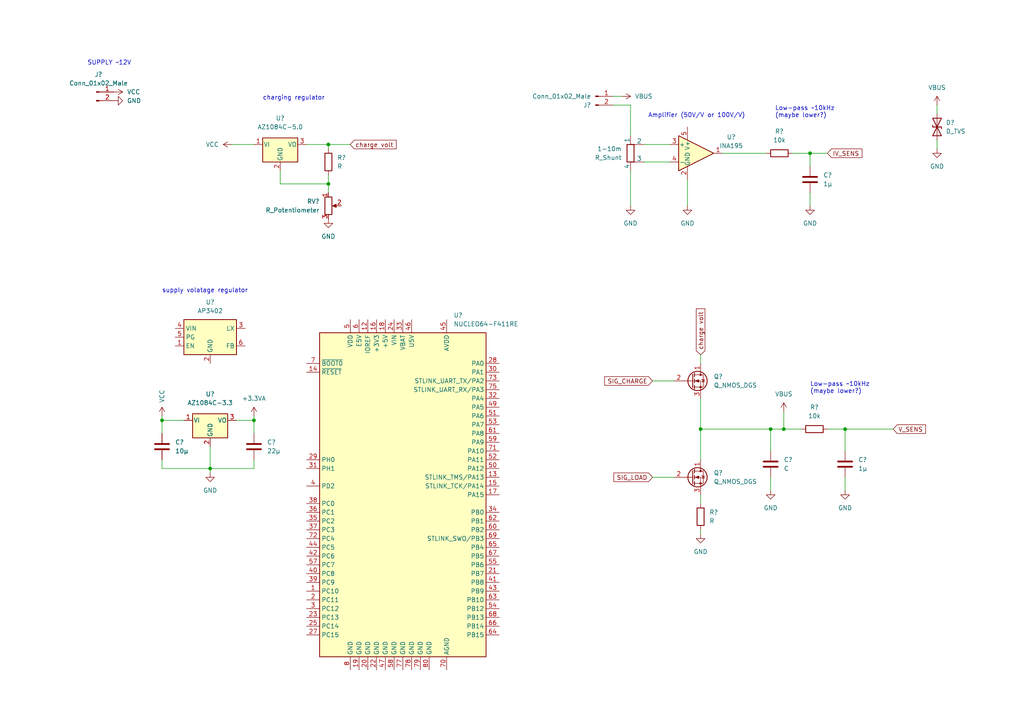
<source format=kicad_sch>
(kicad_sch (version 20211123) (generator eeschema)
  (paper "A4")
  (lib_symbols
    (symbol "Amplifier_Current:INA195" (pin_names (offset 0.127))
      (property "Reference" "U" (at 3.81 3.81 0))
      (property "Value" "INA195" (at 3.81 -3.81 0))
      (symbol "INA195_0_1"
        (polyline (pts (xy 5.08 0) (xy -5.08 5.08) (xy -5.08 -5.08) (xy 5.08 0)) (stroke (width 0.254)) (fill (type background)))
      )
      (symbol "INA195_1_1"
        (pin output line (at 7.62 0 180) (length 2.54) (name "~") (number "1"))
        (pin power_in line (at -2.54 -7.62 90) (length 3.81) (name "GND") (number "2"))
        (pin input line (at -7.62 2.54 0) (length 2.54) (name "+") (number "3"))
        (pin input line (at -7.62 -2.54 0) (length 2.54) (name "-") (number "4"))
        (pin power_in line (at -2.54 7.62 270) (length 3.81) (name "V+") (number "5"))
      )
    )
    (symbol "Connector:Conn_01x02_Male" (pin_names (offset 1.016) hide)
      (property "Reference" "J" (at 0 2.54 0))
      (property "Value" "Conn_01x02_Male" (at 0 -5.08 0))
      (symbol "Conn_01x02_Male_1_1"
        (polyline (pts (xy 1.27 -2.54) (xy 0.8636 -2.54)) (stroke (width 0.1524)))
        (polyline (pts (xy 1.27 0) (xy 0.8636 0)) (stroke (width 0.1524)))
        (rectangle (start 0.8636 -2.413) (end 0 -2.667) (stroke (width 0.1524)) (fill (type outline)))
        (rectangle (start 0.8636 0.127) (end 0 -0.127) (stroke (width 0.1524)) (fill (type outline)))
        (pin passive line (at 5.08 0 180) (length 3.81) (name "Pin_1") (number "1"))
        (pin passive line (at 5.08 -2.54 180) (length 3.81) (name "Pin_2") (number "2"))
      )
    )
    (symbol "Custom:VBAT" (power) (pin_names (offset 0))
      (property "Value" "VBAT" (at 0 3.81 0))
      (symbol "VBAT_0_1"
        (polyline (pts (xy -0.762 1.27) (xy 0 2.54)))
        (polyline (pts (xy 0 0) (xy 0 2.54)))
        (polyline (pts (xy 0 2.54) (xy 0.762 1.27)))
      )
      (symbol "VBAT_1_1"
        (pin power_in line (at 0 0 90) (length 0) hide (name "VBUS") (number "1"))
      )
    )
    (symbol "Device:C" (pin_numbers hide) (pin_names (offset 0.254))
      (property "Reference" "C" (at 0.635 2.54 0))
      (property "Value" "C" (at 0.635 -2.54 0))
      (symbol "C_0_1"
        (polyline (pts (xy -2.032 -0.762) (xy 2.032 -0.762)) (stroke (width 0.508)))
        (polyline (pts (xy -2.032 0.762) (xy 2.032 0.762)) (stroke (width 0.508)))
      )
      (symbol "C_1_1"
        (pin passive line (at 0 3.81 270) (length 2.794) (name "~") (number "1"))
        (pin passive line (at 0 -3.81 90) (length 2.794) (name "~") (number "2"))
      )
    )
    (symbol "Device:D_TVS" (pin_numbers hide) (pin_names (offset 1.016) hide)
      (property "Reference" "D" (at 0 2.54 0))
      (property "Value" "D_TVS" (at 0 -2.54 0))
      (symbol "D_TVS_0_1"
        (polyline (pts (xy 1.27 0) (xy -1.27 0)))
        (polyline (pts (xy 0.508 1.27) (xy 0 1.27) (xy 0 -1.27) (xy -0.508 -1.27)) (stroke (width 0.254)))
        (polyline (pts (xy -2.54 1.27) (xy -2.54 -1.27) (xy 2.54 1.27) (xy 2.54 -1.27) (xy -2.54 1.27)) (stroke (width 0.254)))
      )
      (symbol "D_TVS_1_1"
        (pin passive line (at -3.81 0 0) (length 2.54) (name "A1") (number "1"))
        (pin passive line (at 3.81 0 180) (length 2.54) (name "A2") (number "2"))
      )
    )
    (symbol "Device:Q_NMOS_DGS" (pin_names (offset 0) hide)
      (property "Reference" "Q" (at 5.08 1.27 0))
      (property "Value" "Q_NMOS_DGS" (at 5.08 -1.27 0))
      (symbol "Q_NMOS_DGS_0_1"
        (polyline (pts (xy 0.254 0) (xy -2.54 0)))
        (polyline (pts (xy 0.254 1.905) (xy 0.254 -1.905)) (stroke (width 0.254)))
        (polyline (pts (xy 0.762 -1.27) (xy 0.762 -2.286)) (stroke (width 0.254)))
        (polyline (pts (xy 0.762 0.508) (xy 0.762 -0.508)) (stroke (width 0.254)))
        (polyline (pts (xy 0.762 2.286) (xy 0.762 1.27)) (stroke (width 0.254)))
        (polyline (pts (xy 2.54 2.54) (xy 2.54 1.778)))
        (polyline (pts (xy 2.54 -2.54) (xy 2.54 0) (xy 0.762 0)))
        (polyline (pts (xy 0.762 -1.778) (xy 3.302 -1.778) (xy 3.302 1.778) (xy 0.762 1.778)))
        (polyline (pts (xy 1.016 0) (xy 2.032 0.381) (xy 2.032 -0.381) (xy 1.016 0)) (fill (type outline)))
        (polyline (pts (xy 2.794 0.508) (xy 2.921 0.381) (xy 3.683 0.381) (xy 3.81 0.254)))
        (polyline (pts (xy 3.302 0.381) (xy 2.921 -0.254) (xy 3.683 -0.254) (xy 3.302 0.381)))
        (circle (center 1.651 0) (radius 2.794) (stroke (width 0.254)))
        (circle (center 2.54 -1.778) (radius 0.254) (fill (type outline)))
        (circle (center 2.54 1.778) (radius 0.254) (fill (type outline)))
      )
      (symbol "Q_NMOS_DGS_1_1"
        (pin passive line (at 2.54 5.08 270) (length 2.54) (name "D") (number "1"))
        (pin input line (at -5.08 0 0) (length 2.54) (name "G") (number "2"))
        (pin passive line (at 2.54 -5.08 90) (length 2.54) (name "S") (number "3"))
      )
    )
    (symbol "Device:R" (pin_numbers hide) (pin_names (offset 0))
      (property "Reference" "R" (at 2.032 0 90))
      (property "Value" "R" (at 0 0 90))
      (symbol "R_0_1"
        (rectangle (start -1.016 -2.54) (end 1.016 2.54) (stroke (width 0.254)))
      )
      (symbol "R_1_1"
        (pin passive line (at 0 3.81 270) (length 1.27) (name "~") (number "1"))
        (pin passive line (at 0 -3.81 90) (length 1.27) (name "~") (number "2"))
      )
    )
    (symbol "Device:R_Potentiometer" (pin_names (offset 1.016) hide)
      (property "Reference" "RV" (at -4.445 0 90))
      (property "Value" "R_Potentiometer" (at -2.54 0 90))
      (symbol "R_Potentiometer_0_1"
        (polyline (pts (xy 2.54 0) (xy 1.524 0)))
        (polyline (pts (xy 1.143 0) (xy 2.286 0.508) (xy 2.286 -0.508) (xy 1.143 0)) (fill (type outline)))
        (rectangle (start 1.016 2.54) (end -1.016 -2.54) (stroke (width 0.254)))
      )
      (symbol "R_Potentiometer_1_1"
        (pin passive line (at 0 3.81 270) (length 1.27) (name "1") (number "1"))
        (pin passive line (at 3.81 0 180) (length 1.27) (name "2") (number "2"))
        (pin passive line (at 0 -3.81 90) (length 1.27) (name "3") (number "3"))
      )
    )
    (symbol "Device:R_Shunt" (pin_numbers hide) (pin_names (offset 0))
      (property "Reference" "R" (at -4.445 0 90))
      (property "Value" "R_Shunt" (at -2.54 0 90))
      (symbol "R_Shunt_0_1"
        (rectangle (start -1.016 -2.54) (end 1.016 2.54) (stroke (width 0.254)))
        (polyline (pts (xy 0 -2.54) (xy 1.27 -2.54)))
        (polyline (pts (xy 1.27 2.54) (xy 0 2.54)))
      )
      (symbol "R_Shunt_1_1"
        (pin passive line (at 0 5.08 270) (length 2.54) (name "1") (number "1"))
        (pin passive line (at 3.81 2.54 180) (length 2.54) (name "2") (number "2"))
        (pin passive line (at 3.81 -2.54 180) (length 2.54) (name "3") (number "3"))
        (pin passive line (at 0 -5.08 90) (length 2.54) (name "4") (number "4"))
      )
    )
    (symbol "MCU_Module:NUCLEO64-F411RE"
      (property "Reference" "U" (at -17.78 50.165 0))
      (property "Value" "NUCLEO64-F411RE" (at -17.78 48.26 0))
      (symbol "NUCLEO64-F411RE_0_1"
        (rectangle (start -24.13 -46.99) (end 24.13 46.99) (stroke (width 0.254)) (fill (type background)))
      )
      (symbol "NUCLEO64-F411RE_1_1"
        (pin bidirectional line (at -27.94 -27.94 0) (length 3.81) (name "PC10") (number "1"))
        (pin no_connect line (at -27.94 20.32 0) (length 3.81) hide (name "NC") (number "10"))
        (pin no_connect line (at -27.94 15.24 0) (length 3.81) hide (name "NC") (number "11"))
        (pin power_in line (at -10.16 50.8 270) (length 3.81) (name "IOREF") (number "12"))
        (pin bidirectional line (at 27.94 5.08 180) (length 3.81) (name "STLINK_TMS/PA13") (number "13"))
        (pin input line (at -27.94 35.56 0) (length 3.81) (name "~{RESET}") (number "14"))
        (pin bidirectional line (at 27.94 2.54 180) (length 3.81) (name "STLINK_TCK/PA14") (number "15"))
        (pin power_in line (at -7.62 50.8 270) (length 3.81) (name "+3V3") (number "16"))
        (pin bidirectional line (at 27.94 0 180) (length 3.81) (name "PA15") (number "17"))
        (pin power_in line (at -5.08 50.8 270) (length 3.81) (name "+5V") (number "18"))
        (pin power_in line (at -12.7 -50.8 90) (length 3.81) (name "GND") (number "19"))
        (pin bidirectional line (at -27.94 -30.48 0) (length 3.81) (name "PC11") (number "2"))
        (pin power_in line (at -10.16 -50.8 90) (length 3.81) (name "GND") (number "20"))
        (pin bidirectional line (at 27.94 -22.86 180) (length 3.81) (name "PB7") (number "21"))
        (pin power_in line (at -7.62 -50.8 90) (length 3.81) (name "GND") (number "22"))
        (pin bidirectional line (at -27.94 -35.56 0) (length 3.81) (name "PC13") (number "23"))
        (pin power_in line (at -2.54 50.8 270) (length 3.81) (name "VIN") (number "24"))
        (pin bidirectional line (at -27.94 -38.1 0) (length 3.81) (name "PC14") (number "25"))
        (pin no_connect line (at -27.94 22.86 0) (length 3.81) hide (name "NC") (number "26"))
        (pin bidirectional line (at -27.94 -40.64 0) (length 3.81) (name "PC15") (number "27"))
        (pin bidirectional line (at 27.94 38.1 180) (length 3.81) (name "PA0") (number "28"))
        (pin bidirectional line (at -27.94 10.16 0) (length 3.81) (name "PH0") (number "29"))
        (pin bidirectional line (at -27.94 -33.02 0) (length 3.81) (name "PC12") (number "3"))
        (pin bidirectional line (at 27.94 35.56 180) (length 3.81) (name "PA1") (number "30"))
        (pin bidirectional line (at -27.94 7.62 0) (length 3.81) (name "PH1") (number "31"))
        (pin bidirectional line (at 27.94 27.94 180) (length 3.81) (name "PA4") (number "32"))
        (pin power_in line (at 0 50.8 270) (length 3.81) (name "VBAT") (number "33"))
        (pin bidirectional line (at 27.94 -5.08 180) (length 3.81) (name "PB0") (number "34"))
        (pin bidirectional line (at -27.94 -7.62 0) (length 3.81) (name "PC2") (number "35"))
        (pin bidirectional line (at -27.94 -5.08 0) (length 3.81) (name "PC1") (number "36"))
        (pin bidirectional line (at -27.94 -10.16 0) (length 3.81) (name "PC3") (number "37"))
        (pin bidirectional line (at -27.94 -2.54 0) (length 3.81) (name "PC0") (number "38"))
        (pin bidirectional line (at -27.94 -25.4 0) (length 3.81) (name "PC9") (number "39"))
        (pin bidirectional line (at -27.94 2.54 0) (length 3.81) (name "PD2") (number "4"))
        (pin bidirectional line (at -27.94 -22.86 0) (length 3.81) (name "PC8") (number "40"))
        (pin bidirectional line (at 27.94 -25.4 180) (length 3.81) (name "PB8") (number "41"))
        (pin bidirectional line (at -27.94 -17.78 0) (length 3.81) (name "PC6") (number "42"))
        (pin bidirectional line (at 27.94 -27.94 180) (length 3.81) (name "PB9") (number "43"))
        (pin bidirectional line (at -27.94 -15.24 0) (length 3.81) (name "PC5") (number "44"))
        (pin power_in line (at 12.7 50.8 270) (length 3.81) (name "AVDD") (number "45"))
        (pin power_in line (at 2.54 50.8 270) (length 3.81) (name "U5V") (number "46"))
        (pin power_in line (at -5.08 -50.8 90) (length 3.81) (name "GND") (number "47"))
        (pin no_connect line (at -27.94 25.4 0) (length 3.81) hide (name "NC") (number "48"))
        (pin bidirectional line (at 27.94 25.4 180) (length 3.81) (name "PA5") (number "49"))
        (pin power_in line (at -15.24 50.8 270) (length 3.81) (name "VDD") (number "5"))
        (pin bidirectional line (at 27.94 7.62 180) (length 3.81) (name "PA12") (number "50"))
        (pin bidirectional line (at 27.94 22.86 180) (length 3.81) (name "PA6") (number "51"))
        (pin bidirectional line (at 27.94 10.16 180) (length 3.81) (name "PA11") (number "52"))
        (pin bidirectional line (at 27.94 20.32 180) (length 3.81) (name "PA7") (number "53"))
        (pin bidirectional line (at 27.94 -33.02 180) (length 3.81) (name "PB12") (number "54"))
        (pin bidirectional line (at 27.94 -20.32 180) (length 3.81) (name "PB6") (number "55"))
        (pin no_connect line (at -27.94 33.02 0) (length 3.81) hide (name "NC") (number "56"))
        (pin bidirectional line (at -27.94 -20.32 0) (length 3.81) (name "PC7") (number "57"))
        (pin power_in line (at -2.54 -50.8 90) (length 3.81) (name "GND") (number "58"))
        (pin bidirectional line (at 27.94 15.24 180) (length 3.81) (name "PA9") (number "59"))
        (pin power_in line (at -12.7 50.8 270) (length 3.81) (name "E5V") (number "6"))
        (pin bidirectional line (at 27.94 -10.16 180) (length 3.81) (name "PB2") (number "60"))
        (pin bidirectional line (at 27.94 17.78 180) (length 3.81) (name "PA8") (number "61"))
        (pin bidirectional line (at 27.94 -7.62 180) (length 3.81) (name "PB1") (number "62"))
        (pin bidirectional line (at 27.94 -30.48 180) (length 3.81) (name "PB10") (number "63"))
        (pin bidirectional line (at 27.94 -40.64 180) (length 3.81) (name "PB15") (number "64"))
        (pin bidirectional line (at 27.94 -15.24 180) (length 3.81) (name "PB4") (number "65"))
        (pin bidirectional line (at 27.94 -38.1 180) (length 3.81) (name "PB14") (number "66"))
        (pin bidirectional line (at 27.94 -17.78 180) (length 3.81) (name "PB5") (number "67"))
        (pin bidirectional line (at 27.94 -35.56 180) (length 3.81) (name "PB13") (number "68"))
        (pin bidirectional line (at 27.94 -12.7 180) (length 3.81) (name "STLINK_SWO/PB3") (number "69"))
        (pin input line (at -27.94 38.1 0) (length 3.81) (name "~{BOOT0}") (number "7"))
        (pin power_in line (at 12.7 -50.8 90) (length 3.81) (name "AGND") (number "70"))
        (pin bidirectional line (at 27.94 12.7 180) (length 3.81) (name "PA10") (number "71"))
        (pin bidirectional line (at -27.94 -12.7 0) (length 3.81) (name "PC4") (number "72"))
        (pin bidirectional line (at 27.94 33.02 180) (length 3.81) (name "STLINK_UART_TX/PA2") (number "73"))
        (pin no_connect line (at -27.94 30.48 0) (length 3.81) hide (name "NC") (number "74"))
        (pin bidirectional line (at 27.94 30.48 180) (length 3.81) (name "STLINK_UART_RX/PA3") (number "75"))
        (pin no_connect line (at -27.94 27.94 0) (length 3.81) hide (name "NC") (number "76"))
        (pin power_in line (at 0 -50.8 90) (length 3.81) (name "GND") (number "77"))
        (pin power_in line (at 2.54 -50.8 90) (length 3.81) (name "GND") (number "78"))
        (pin power_in line (at 5.08 -50.8 90) (length 3.81) (name "GND") (number "79"))
        (pin power_in line (at -15.24 -50.8 90) (length 3.81) (name "GND") (number "8"))
        (pin power_in line (at 7.62 -50.8 90) (length 3.81) (name "GND") (number "80"))
        (pin no_connect line (at -27.94 17.78 0) (length 3.81) hide (name "NC") (number "9"))
      )
    )
    (symbol "Regulator_Linear:KA78M05_TO252" (pin_names (offset 0.254))
      (property "Reference" "U" (at -3.81 3.175 0))
      (property "Value" "KA78M05_TO252" (at 0 3.175 0))
      (symbol "KA78M05_TO252_0_1"
        (rectangle (start -5.08 1.905) (end 5.08 -5.08) (stroke (width 0.254)) (fill (type background)))
      )
      (symbol "KA78M05_TO252_1_1"
        (pin power_in line (at -7.62 0 0) (length 2.54) (name "VI") (number "1"))
        (pin power_in line (at 0 -7.62 90) (length 2.54) (name "GND") (number "2"))
        (pin power_out line (at 7.62 0 180) (length 2.54) (name "VO") (number "3"))
      )
    )
    (symbol "Regulator_Switching:AP3402"
      (property "Reference" "U" (at -7.62 6.35 0))
      (property "Value" "AP3402" (at 5.08 6.35 0))
      (symbol "AP3402_0_1"
        (rectangle (start -7.62 5.08) (end 7.62 -5.08) (stroke (width 0.254)) (fill (type background)))
      )
      (symbol "AP3402_1_1"
        (pin input line (at -10.16 -2.54 0) (length 2.54) (name "EN") (number "1"))
        (pin power_in line (at 0 -7.62 90) (length 2.54) (name "GND") (number "2"))
        (pin power_out line (at 10.16 2.54 180) (length 2.54) (name "LX") (number "3"))
        (pin power_in line (at -10.16 2.54 0) (length 2.54) (name "VIN") (number "4"))
        (pin input line (at -10.16 0 0) (length 2.54) (name "PG") (number "5"))
        (pin input line (at 10.16 -2.54 180) (length 2.54) (name "FB") (number "6"))
      )
    )
    (symbol "power:+3.3VA" (power) (pin_names (offset 0))
      (property "Value" "+3.3VA" (at 0 3.556 0))
      (symbol "+3.3VA_0_1"
        (polyline (pts (xy -0.762 1.27) (xy 0 2.54)))
        (polyline (pts (xy 0 0) (xy 0 2.54)))
        (polyline (pts (xy 0 2.54) (xy 0.762 1.27)))
      )
      (symbol "+3.3VA_1_1"
        (pin power_in line (at 0 0 90) (length 0) hide (name "+3.3VA") (number "1"))
      )
    )
    (symbol "power:GND" (power) (pin_names (offset 0))
      (property "Value" "GND" (at 0 -3.81 0))
      (symbol "GND_0_1"
        (polyline (pts (xy 0 0) (xy 0 -1.27) (xy 1.27 -1.27) (xy 0 -2.54) (xy -1.27 -1.27) (xy 0 -1.27)))
      )
      (symbol "GND_1_1"
        (pin power_in line (at 0 0 270) (length 0) hide (name "GND") (number "1"))
      )
    )
    (symbol "power:VCC" (power) (pin_names (offset 0))
      (property "Value" "VCC" (at 0 3.81 0))
      (symbol "VCC_0_1"
        (polyline (pts (xy -0.762 1.27) (xy 0 2.54)))
        (polyline (pts (xy 0 0) (xy 0 2.54)))
        (polyline (pts (xy 0 2.54) (xy 0.762 1.27)))
      )
      (symbol "VCC_1_1"
        (pin power_in line (at 0 0 90) (length 0) hide (name "VCC") (number "1"))
      )
    )
  )
  (junction (at 73.66 121.92))
  (junction (at 234.95 44.45))
  (junction (at 223.52 124.46))
  (junction (at 46.99 121.92))
  (junction (at 203.2 124.46))
  (junction (at 227.33 124.46))
  (junction (at 245.11 124.46))
  (junction (at 95.25 53.34))
  (junction (at 95.25 41.91))
  (junction (at 60.96 135.89))
  (wire (pts (xy 60.96 129.54) (xy 60.96 135.89)))
  (wire (pts (xy 81.28 49.53) (xy 81.28 53.34)))
  (wire (pts (xy 95.25 50.8) (xy 95.25 53.34)))
  (wire (pts (xy 203.2 115.57) (xy 203.2 124.46)))
  (wire (pts (xy 73.66 121.92) (xy 73.66 125.73)))
  (wire (pts (xy 199.39 59.69) (xy 199.39 52.07)))
  (wire (pts (xy 182.88 30.48) (xy 182.88 39.37)))
  (wire (pts (xy 46.99 125.73) (xy 46.99 121.92)))
  (wire (pts (xy 234.95 44.45) (xy 240.03 44.45)))
  (wire (pts (xy 73.66 120.65) (xy 73.66 121.92)))
  (wire (pts (xy 203.2 146.05) (xy 203.2 143.51)))
  (wire (pts (xy 101.6 41.91) (xy 95.25 41.91)))
  (wire (pts (xy 182.88 49.53) (xy 182.88 59.69)))
  (wire (pts (xy 245.11 124.46) (xy 259.08 124.46)))
  (wire (pts (xy 186.69 41.91) (xy 194.31 41.91)))
  (wire (pts (xy 46.99 133.35) (xy 46.99 135.89)))
  (wire (pts (xy 203.2 124.46) (xy 223.52 124.46)))
  (wire (pts (xy 73.66 133.35) (xy 73.66 135.89)))
  (wire (pts (xy 234.95 44.45) (xy 234.95 48.26)))
  (wire (pts (xy 46.99 121.92) (xy 53.34 121.92)))
  (wire (pts (xy 186.69 46.99) (xy 194.31 46.99)))
  (wire (pts (xy 271.78 43.18) (xy 271.78 40.64)))
  (wire (pts (xy 203.2 124.46) (xy 203.2 133.35)))
  (wire (pts (xy 73.66 135.89) (xy 60.96 135.89)))
  (wire (pts (xy 203.2 102.87) (xy 203.2 105.41)))
  (wire (pts (xy 227.33 124.46) (xy 227.33 119.38)))
  (wire (pts (xy 203.2 154.94) (xy 203.2 153.67)))
  (wire (pts (xy 180.34 27.94) (xy 177.8 27.94)))
  (wire (pts (xy 60.96 137.16) (xy 60.96 135.89)))
  (wire (pts (xy 223.52 138.43) (xy 223.52 142.24)))
  (wire (pts (xy 223.52 124.46) (xy 227.33 124.46)))
  (wire (pts (xy 95.25 43.18) (xy 95.25 41.91)))
  (wire (pts (xy 229.87 44.45) (xy 234.95 44.45)))
  (wire (pts (xy 240.03 124.46) (xy 245.11 124.46)))
  (wire (pts (xy 189.23 110.49) (xy 195.58 110.49)))
  (wire (pts (xy 209.55 44.45) (xy 222.25 44.45)))
  (wire (pts (xy 60.96 135.89) (xy 46.99 135.89)))
  (wire (pts (xy 67.31 41.91) (xy 73.66 41.91)))
  (wire (pts (xy 271.78 30.48) (xy 271.78 33.02)))
  (wire (pts (xy 46.99 120.65) (xy 46.99 121.92)))
  (wire (pts (xy 68.58 121.92) (xy 73.66 121.92)))
  (wire (pts (xy 245.11 138.43) (xy 245.11 142.24)))
  (wire (pts (xy 177.8 30.48) (xy 182.88 30.48)))
  (wire (pts (xy 95.25 53.34) (xy 95.25 55.88)))
  (wire (pts (xy 234.95 59.69) (xy 234.95 55.88)))
  (wire (pts (xy 245.11 124.46) (xy 245.11 130.81)))
  (wire (pts (xy 88.9 41.91) (xy 95.25 41.91)))
  (wire (pts (xy 189.23 138.43) (xy 195.58 138.43)))
  (wire (pts (xy 227.33 124.46) (xy 232.41 124.46)))
  (wire (pts (xy 81.28 53.34) (xy 95.25 53.34)))
  (wire (pts (xy 223.52 124.46) (xy 223.52 130.81)))
  (text "Amplifier (50V/V or 100V/V)" (at 187.96 34.29 0) (effects (font (size 1.27 1.27)) (justify left bottom)))
  (text "Low-pass ~10kHz\n(maybe lower?)" (at 224.79 34.29 0) (effects (font (size 1.27 1.27)) (justify left bottom)))
  (text "Low-pass ~10kHz\n(maybe lower?)" (at 234.95 114.3 0) (effects (font (size 1.27 1.27)) (justify left bottom)))
  (text "supply volatage regulator" (at 46.99 85.09 0) (effects (font (size 1.27 1.27)) (justify left bottom)))
  (text "charging regulator" (at 76.2 29.21 0) (effects (font (size 1.27 1.27)) (justify left bottom)))
  (text "SUPPLY ~12V" (at 38.1 19.05 180) (effects (font (size 1.27 1.27)) (justify right bottom)))
  (global_label "SIG_CHARGE" (shape input) (at 189.23 110.49 180) (property "Intersheet References" "${INTERSHEET_REFS}" (effects hide)))
  (global_label "V_SENS" (shape input) (at 259.08 124.46 0) (property "Intersheet References" "${INTERSHEET_REFS}" (effects hide)))
  (global_label "SIG_LOAD" (shape input) (at 189.23 138.43 180) (property "Intersheet References" "${INTERSHEET_REFS}" (effects hide)))
  (global_label "IV_SENS" (shape input) (at 240.03 44.45 0) (property "Intersheet References" "${INTERSHEET_REFS}" (effects hide)))
  (global_label "charge volt" (shape input) (at 101.6 41.91 0) (property "Intersheet References" "${INTERSHEET_REFS}" (effects hide)))
  (global_label "charge volt" (shape input) (at 203.2 102.87 90) (property "Intersheet References" "${INTERSHEET_REFS}" (effects hide)))
  (symbol (lib_id "MCU_Module:NUCLEO64-F411RE") (at 116.84 143.51 0) (unit 1)
    (property "Reference" "U?" (at 131.5594 91.44 0) (effects (justify left)))
    (property "Value" "NUCLEO64-F411RE" (at 131.5594 93.98 0) (effects (justify left)))
    (property "Footprint" "Module:ST_Morpho_Connector_144_STLink" (effects hide))
    (property "Datasheet" "http://www.st.com/st-web-ui/static/active/en/resource/technical/document/data_brief/DM00105918.pdf" (effects hide))
  )
  (symbol (lib_id "Custom:VBAT") (at 180.34 27.94 270) (unit 1)
    (property "Reference" "#PWR?" (effects hide))
    (property "Value" "VBAT" (at 184.15 27.9399 90) (effects (justify left)))
  )
  (symbol (lib_id "Connector:Conn_01x02_Male") (at 172.72 27.94 0) (unit 1)
    (property "Reference" "J?" (at 171.45 30.4801 0) (effects (justify right)))
    (property "Value" "Conn_01x02_Male" (at 171.45 27.9401 0) (effects (justify right)))
  )
  (symbol (lib_id "Regulator_Switching:AP3402") (at 60.96 97.79 0) (unit 1)
    (property "Reference" "U?" (at 60.96 87.63 0))
    (property "Value" "AP3402" (at 60.96 90.17 0))
    (property "Footprint" "Package_TO_SOT_SMD:TSOT-23-6" (effects hide))
    (property "Datasheet" "https://www.diodes.com/assets/Datasheets/AP3402.pdf" (effects hide))
  )
  (symbol (lib_id "Device:R") (at 236.22 124.46 90) (unit 1)
    (property "Reference" "R?" (at 236.22 118.11 90))
    (property "Value" "10k" (at 236.22 120.65 90))
  )
  (symbol (lib_id "Device:R_Shunt") (at 182.88 44.45 0) (unit 1)
    (property "Reference" "1-10m" (at 180.34 43.1799 0) (effects (justify right)))
    (property "Value" "R_Shunt" (at 180.34 45.7199 0) (effects (justify right)))
  )
  (symbol (lib_id "Regulator_Linear:KA78M05_TO252") (at 81.28 41.91 0) (unit 1)
    (property "Reference" "U?" (at 81.28 34.29 0))
    (property "Value" "AZ1084C-5.0" (at 81.28 36.83 0))
    (property "Footprint" "Package_TO_SOT_SMD:TO-252-3_TabPin4" (effects hide))
    (property "Datasheet" "https://www.diodes.com/assets/Datasheets/AZ1084C.pdf" (effects hide))
  )
  (symbol (lib_id "Device:R_Potentiometer") (at 95.25 59.69 0) (unit 1)
    (property "Reference" "RV?" (at 92.71 58.4199 0) (effects (justify right)))
    (property "Value" "R_Potentiometer" (at 92.71 60.9599 0) (effects (justify right)))
  )
  (symbol (lib_id "Device:R") (at 95.25 46.99 0) (unit 1)
    (property "Reference" "R?" (at 97.79 45.7199 0) (effects (justify left)))
    (property "Value" "R" (at 97.79 48.2599 0) (effects (justify left)))
  )
  (symbol (lib_id "power:GND") (at 245.11 142.24 0) (unit 1)
    (property "Reference" "#PWR?" (effects hide))
    (property "Value" "GND" (at 245.11 147.32 0))
  )
  (symbol (lib_id "Device:Q_NMOS_DGS") (at 200.66 138.43 0) (unit 1)
    (property "Reference" "Q?" (at 207.01 137.1599 0) (effects (justify left)))
    (property "Value" "Q_NMOS_DGS" (at 207.01 139.6999 0) (effects (justify left)))
  )
  (symbol (lib_id "power:GND") (at 33.02 29.21 90) (unit 1)
    (property "Reference" "#PWR?" (effects hide))
    (property "Value" "GND" (at 36.83 29.2099 90) (effects (justify right)))
  )
  (symbol (lib_id "power:VCC") (at 46.99 120.65 0) (unit 1)
    (property "Reference" "#PWR?" (effects hide))
    (property "Value" "VCC" (at 46.9901 116.84 90) (effects (justify left)))
  )
  (symbol (lib_id "Device:R") (at 226.06 44.45 90) (unit 1)
    (property "Reference" "R?" (at 226.06 38.1 90))
    (property "Value" "10k" (at 226.06 40.64 90))
  )
  (symbol (lib_id "power:GND") (at 271.78 43.18 0) (unit 1)
    (property "Reference" "#PWR?" (effects hide))
    (property "Value" "GND" (at 271.78 48.26 0))
  )
  (symbol (lib_id "power:VCC") (at 67.31 41.91 90) (unit 1)
    (property "Reference" "#PWR?" (effects hide))
    (property "Value" "VCC" (at 63.5 41.9099 90) (effects (justify left)))
  )
  (symbol (lib_id "Device:C") (at 73.66 129.54 0) (unit 1)
    (property "Reference" "C?" (at 77.47 128.2699 0) (effects (justify left)))
    (property "Value" "22µ" (at 77.47 130.8099 0) (effects (justify left)))
  )
  (symbol (lib_id "Device:C") (at 245.11 134.62 180) (unit 1)
    (property "Reference" "C?" (at 248.92 133.3499 0) (effects (justify right)))
    (property "Value" "1µ" (at 248.92 135.8899 0) (effects (justify right)))
  )
  (symbol (lib_id "power:GND") (at 223.52 142.24 0) (unit 1)
    (property "Reference" "#PWR?" (effects hide))
    (property "Value" "GND" (at 223.52 147.32 0))
  )
  (symbol (lib_id "Device:C") (at 234.95 52.07 180) (unit 1)
    (property "Reference" "C?" (at 238.76 50.7999 0) (effects (justify right)))
    (property "Value" "1µ" (at 238.76 53.3399 0) (effects (justify right)))
  )
  (symbol (lib_id "power:GND") (at 182.88 59.69 0) (unit 1)
    (property "Reference" "#PWR?" (effects hide))
    (property "Value" "GND" (at 182.88 64.77 0))
  )
  (symbol (lib_id "Device:Q_NMOS_DGS") (at 200.66 110.49 0) (unit 1)
    (property "Reference" "Q?" (at 207.01 109.2199 0) (effects (justify left)))
    (property "Value" "Q_NMOS_DGS" (at 207.01 111.7599 0) (effects (justify left)))
  )
  (symbol (lib_id "Custom:VBAT") (at 227.33 119.38 0) (unit 1)
    (property "Reference" "#PWR?" (effects hide))
    (property "Value" "VBAT" (at 227.33 114.3 0))
  )
  (symbol (lib_id "power:VCC") (at 33.02 26.67 270) (unit 1)
    (property "Reference" "#PWR?" (effects hide))
    (property "Value" "VCC" (at 36.83 26.6699 90) (effects (justify left)))
  )
  (symbol (lib_id "Device:C") (at 46.99 129.54 0) (unit 1)
    (property "Reference" "C?" (at 50.8 128.2699 0) (effects (justify left)))
    (property "Value" "10µ" (at 50.8 130.8099 0) (effects (justify left)))
  )
  (symbol (lib_id "power:GND") (at 199.39 59.69 0) (unit 1)
    (property "Reference" "#PWR?" (effects hide))
    (property "Value" "GND" (at 199.39 64.77 0))
  )
  (symbol (lib_id "power:GND") (at 60.96 137.16 0) (unit 1)
    (property "Reference" "#PWR?" (effects hide))
    (property "Value" "GND" (at 60.96 142.24 0))
  )
  (symbol (lib_id "Custom:VBAT") (at 271.78 30.48 0) (unit 1)
    (property "Reference" "#PWR?" (effects hide))
    (property "Value" "VBAT" (at 271.78 25.4 0))
  )
  (symbol (lib_id "Device:C") (at 223.52 134.62 0) (unit 1)
    (property "Reference" "C?" (at 227.33 133.3499 0) (effects (justify left)))
    (property "Value" "C" (at 227.33 135.8899 0) (effects (justify left)))
  )
  (symbol (lib_id "Amplifier_Current:INA195") (at 201.93 44.45 0) (unit 1)
    (property "Reference" "U?" (at 212.09 39.751 0))
    (property "Value" "INA195" (at 212.09 42.291 0))
    (property "Footprint" "Package_TO_SOT_SMD:SOT-23-5" (effects hide))
    (property "Datasheet" "http://www.ti.com/lit/ds/symlink/ina193.pdf" (effects hide))
  )
  (symbol (lib_id "power:GND") (at 95.25 63.5 0) (unit 1)
    (property "Reference" "#PWR?" (effects hide))
    (property "Value" "GND" (at 95.25 68.58 0))
  )
  (symbol (lib_id "power:+3.3VA") (at 73.66 120.65 0) (unit 1)
    (property "Reference" "#PWR?" (effects hide))
    (property "Value" "+3.3VA" (at 73.66 115.57 0))
  )
  (symbol (lib_id "Connector:Conn_01x02_Male") (at 27.94 26.67 0) (unit 1)
    (property "Reference" "J?" (at 28.575 21.59 0))
    (property "Value" "Conn_01x02_Male" (at 28.575 24.13 0))
  )
  (symbol (lib_id "Regulator_Linear:KA78M05_TO252") (at 60.96 121.92 0) (unit 1)
    (property "Reference" "U?" (at 60.96 114.3 0))
    (property "Value" "AZ1084C-3.3" (at 60.96 116.84 0))
    (property "Footprint" "Package_TO_SOT_SMD:TO-252-3_TabPin4" (effects hide))
    (property "Datasheet" "https://www.diodes.com/assets/Datasheets/AZ1084C.pdf" (effects hide))
  )
  (symbol (lib_id "power:GND") (at 203.2 154.94 0) (unit 1)
    (property "Reference" "#PWR?" (effects hide))
    (property "Value" "GND" (at 203.2 160.02 0))
  )
  (symbol (lib_id "Device:R") (at 203.2 149.86 0) (unit 1)
    (property "Reference" "R?" (at 205.74 148.5899 0) (effects (justify left)))
    (property "Value" "R" (at 205.74 151.1299 0) (effects (justify left)))
  )
  (symbol (lib_id "power:GND") (at 234.95 59.69 0) (unit 1)
    (property "Reference" "#PWR?" (effects hide))
    (property "Value" "GND" (at 234.95 64.77 0))
  )
  (symbol (lib_id "Device:D_TVS") (at 271.78 36.83 90) (unit 1)
    (property "Reference" "D?" (at 274.32 35.5599 90) (effects (justify right)))
    (property "Value" "D_TVS" (at 274.32 38.1 90) (effects (justify right)))
  )
)
</source>
